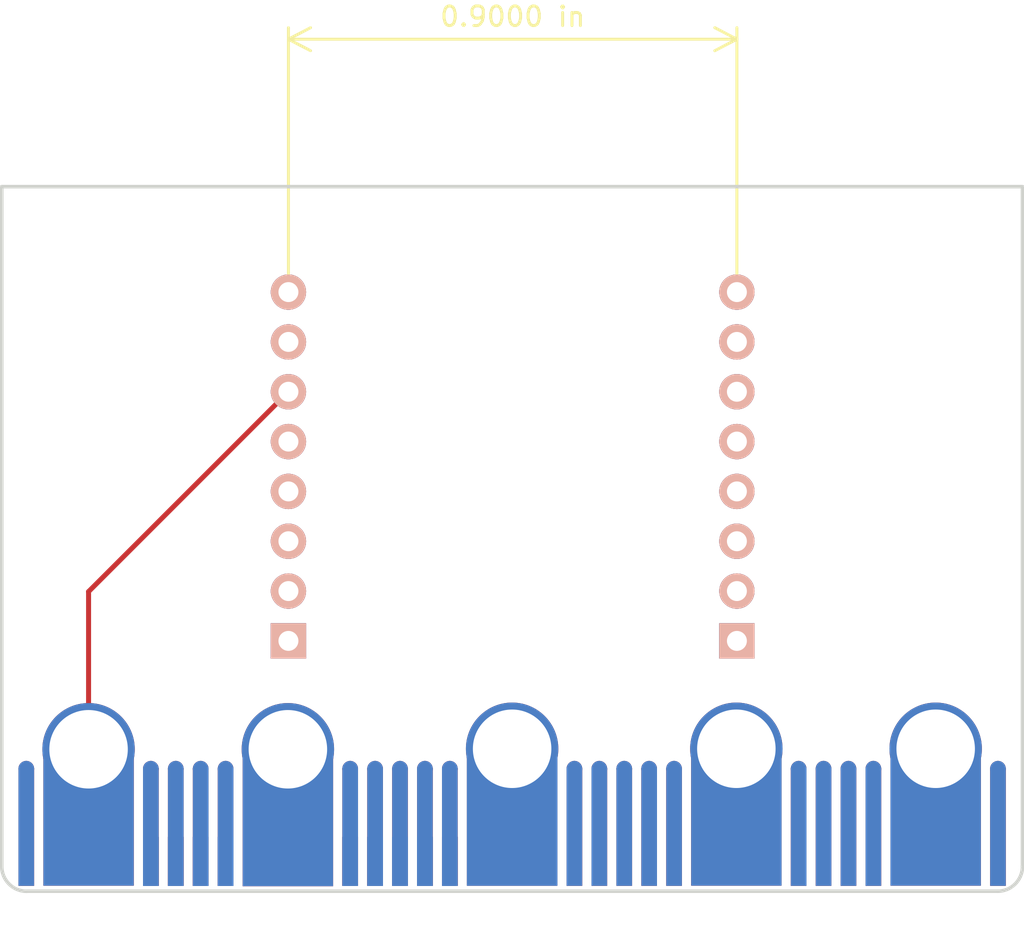
<source format=kicad_pcb>
(kicad_pcb (version 20171130) (host pcbnew 5.0.2-bee76a0~70~ubuntu16.04.1)

  (general
    (thickness 1.6)
    (drawings 7)
    (tracks 2)
    (zones 0)
    (modules 3)
    (nets 18)
  )

  (page A4)
  (layers
    (0 F.Cu signal)
    (31 B.Cu signal)
    (32 B.Adhes user)
    (33 F.Adhes user)
    (34 B.Paste user)
    (35 F.Paste user)
    (36 B.SilkS user)
    (37 F.SilkS user)
    (38 B.Mask user)
    (39 F.Mask user)
    (40 Dwgs.User user)
    (41 Cmts.User user)
    (42 Eco1.User user)
    (43 Eco2.User user)
    (44 Edge.Cuts user)
    (45 Margin user)
    (46 B.CrtYd user)
    (47 F.CrtYd user)
    (48 B.Fab user)
    (49 F.Fab user)
  )

  (setup
    (last_trace_width 0.254)
    (user_trace_width 0.1524)
    (user_trace_width 0.2)
    (user_trace_width 0.25)
    (user_trace_width 0.3)
    (user_trace_width 0.4)
    (user_trace_width 0.5)
    (user_trace_width 0.6)
    (user_trace_width 0.8)
    (trace_clearance 0.254)
    (zone_clearance 0.508)
    (zone_45_only no)
    (trace_min 0.1524)
    (segment_width 0.15)
    (edge_width 0.18)
    (via_size 0.6858)
    (via_drill 0.3302)
    (via_min_size 0.6858)
    (via_min_drill 0.3302)
    (uvia_size 0.508)
    (uvia_drill 0.127)
    (uvias_allowed no)
    (uvia_min_size 0.2)
    (uvia_min_drill 0.1)
    (pcb_text_width 0.3)
    (pcb_text_size 1.5 1.5)
    (mod_edge_width 0.15)
    (mod_text_size 1 1)
    (mod_text_width 0.15)
    (pad_size 2.032 1.7272)
    (pad_drill 1.016)
    (pad_to_mask_clearance 0.2)
    (solder_mask_min_width 0.25)
    (aux_axis_origin 0 0)
    (visible_elements FFFFFF7F)
    (pcbplotparams
      (layerselection 0x00030_80000001)
      (usegerberextensions false)
      (usegerberattributes false)
      (usegerberadvancedattributes false)
      (creategerberjobfile false)
      (excludeedgelayer true)
      (linewidth 0.100000)
      (plotframeref false)
      (viasonmask false)
      (mode 1)
      (useauxorigin false)
      (hpglpennumber 1)
      (hpglpenspeed 20)
      (hpglpendiameter 15.000000)
      (psnegative false)
      (psa4output false)
      (plotreference true)
      (plotvalue true)
      (plotinvisibletext false)
      (padsonsilk false)
      (subtractmaskfromsilk false)
      (outputformat 1)
      (mirror false)
      (drillshape 1)
      (scaleselection 1)
      (outputdirectory ""))
  )

  (net 0 "")
  (net 1 /RST)
  (net 2 /D4)
  (net 3 /+3.3V)
  (net 4 /GND)
  (net 5 /D2)
  (net 6 /D1)
  (net 7 /D0)
  (net 8 /D3)
  (net 9 /A0)
  (net 10 "Net-(J1-Pad6)")
  (net 11 "Net-(J1-Pad3)")
  (net 12 "Net-(J1-Pad4)")
  (net 13 "Net-(J1-Pad1)")
  (net 14 "Net-(J1-Pad5)")
  (net 15 "Net-(J1-Pad10)")
  (net 16 "Net-(J1-Pad8)")
  (net 17 "Net-(J1-Pad12)")

  (net_class Default "This is the default net class."
    (clearance 0.254)
    (trace_width 0.254)
    (via_dia 0.6858)
    (via_drill 0.3302)
    (uvia_dia 0.508)
    (uvia_drill 0.127)
    (add_net /+3.3V)
    (add_net /A0)
    (add_net /D0)
    (add_net /D1)
    (add_net /D2)
    (add_net /D3)
    (add_net /D4)
    (add_net /GND)
    (add_net /RST)
    (add_net "Net-(J1-Pad1)")
    (add_net "Net-(J1-Pad10)")
    (add_net "Net-(J1-Pad12)")
    (add_net "Net-(J1-Pad3)")
    (add_net "Net-(J1-Pad4)")
    (add_net "Net-(J1-Pad5)")
    (add_net "Net-(J1-Pad6)")
    (add_net "Net-(J1-Pad8)")
  )

  (net_class 0.2mm ""
    (clearance 0.2)
    (trace_width 0.2)
    (via_dia 0.6858)
    (via_drill 0.3302)
    (uvia_dia 0.508)
    (uvia_drill 0.127)
  )

  (net_class Minimal ""
    (clearance 0.1524)
    (trace_width 0.1524)
    (via_dia 0.6858)
    (via_drill 0.3302)
    (uvia_dia 0.508)
    (uvia_drill 0.127)
  )

  (module D1_mini:D1_mini_Pin_Header (layer B.Cu) (tedit 5AFDEB9B) (tstamp 5C367FEE)
    (at 151.157671 105.600707)
    (descr "Through hole pin header")
    (tags "pin header")
    (path /5763EB78)
    (fp_text reference P1 (at -0.11 2.45) (layer B.SilkS) hide
      (effects (font (size 1 1) (thickness 0.15)) (justify mirror))
    )
    (fp_text value CONN_01X08 (at 0 3.1) (layer B.Fab) hide
      (effects (font (size 1 1) (thickness 0.15)) (justify mirror))
    )
    (fp_line (start -1.75 1.75) (end -1.75 -19.55) (layer B.CrtYd) (width 0.05))
    (fp_line (start 1.75 1.75) (end 1.75 -19.55) (layer B.CrtYd) (width 0.05))
    (fp_line (start -1.75 1.75) (end 1.75 1.75) (layer B.CrtYd) (width 0.05))
    (fp_line (start -1.75 -19.55) (end 1.75 -19.55) (layer B.CrtYd) (width 0.05))
    (pad 1 thru_hole rect (at 0 0) (size 1.8 1.8) (drill 1.016) (layers *.Cu *.Mask B.SilkS))
    (pad 2 thru_hole oval (at 0 -2.54) (size 1.8 1.8) (drill 1.016) (layers *.Cu *.Mask B.SilkS)
      (net 4 /GND))
    (pad 3 thru_hole oval (at 0 -5.08) (size 1.8 1.8) (drill 1.016) (layers *.Cu *.Mask B.SilkS)
      (net 2 /D4))
    (pad 4 thru_hole oval (at 0 -7.62) (size 1.8 1.8) (drill 1.016) (layers *.Cu *.Mask B.SilkS)
      (net 8 /D3))
    (pad 5 thru_hole oval (at 0 -10.16) (size 1.8 1.8) (drill 1.016) (layers *.Cu *.Mask B.SilkS)
      (net 5 /D2))
    (pad 6 thru_hole oval (at 0 -12.7) (size 1.8 1.8) (drill 1.016) (layers *.Cu *.Mask B.SilkS)
      (net 6 /D1))
    (pad 7 thru_hole oval (at 0 -15.24) (size 1.8 1.8) (drill 1.016) (layers *.Cu *.Mask B.SilkS))
    (pad 8 thru_hole oval (at 0 -17.78) (size 1.8 1.8) (drill 1.016) (layers *.Cu *.Mask B.SilkS))
    (model Pin_Headers.3dshapes/Pin_Header_Straight_1x08.wrl
      (offset (xyz 0 -8.889999866485596 0))
      (scale (xyz 1 1 1))
      (rotate (xyz 0 0 90))
    )
  )

  (module D1_mini:D1_mini_Pin_Header (layer B.Cu) (tedit 5AFDEBA3) (tstamp 5C367FA4)
    (at 128.297671 105.600707)
    (descr "Through hole pin header")
    (tags "pin header")
    (path /5763EBF2)
    (fp_text reference P2 (at 0.05 -20.15) (layer B.SilkS) hide
      (effects (font (size 1 1) (thickness 0.15)) (justify mirror))
    )
    (fp_text value CONN_01X08 (at 0 3.1) (layer B.Fab) hide
      (effects (font (size 1 1) (thickness 0.15)) (justify mirror))
    )
    (fp_line (start -1.75 1.75) (end -1.75 -19.55) (layer B.CrtYd) (width 0.05))
    (fp_line (start 1.75 1.75) (end 1.75 -19.55) (layer B.CrtYd) (width 0.05))
    (fp_line (start -1.75 1.75) (end 1.75 1.75) (layer B.CrtYd) (width 0.05))
    (fp_line (start -1.75 -19.55) (end 1.75 -19.55) (layer B.CrtYd) (width 0.05))
    (pad 1 thru_hole rect (at 0 0) (size 1.8 1.8) (drill 1.016) (layers *.Cu *.Mask B.SilkS)
      (net 3 /+3.3V))
    (pad 2 thru_hole oval (at 0 -2.54) (size 1.8 1.8) (drill 1.016) (layers *.Cu *.Mask B.SilkS))
    (pad 3 thru_hole oval (at 0 -5.08) (size 1.8 1.8) (drill 1.016) (layers *.Cu *.Mask B.SilkS))
    (pad 4 thru_hole oval (at 0 -7.62) (size 1.8 1.8) (drill 1.016) (layers *.Cu *.Mask B.SilkS))
    (pad 5 thru_hole oval (at 0 -10.16) (size 1.8 1.8) (drill 1.016) (layers *.Cu *.Mask B.SilkS))
    (pad 6 thru_hole oval (at 0 -12.7) (size 1.8 1.8) (drill 1.016) (layers *.Cu *.Mask B.SilkS)
      (net 7 /D0))
    (pad 7 thru_hole oval (at 0 -15.24) (size 1.8 1.8) (drill 1.016) (layers *.Cu *.Mask B.SilkS)
      (net 9 /A0))
    (pad 8 thru_hole oval (at 0 -17.78) (size 1.8 1.8) (drill 1.016) (layers *.Cu *.Mask B.SilkS)
      (net 1 /RST))
    (model Pin_Headers.3dshapes/Pin_Header_Straight_1x08.wrl
      (offset (xyz 0 -8.889999866485596 0))
      (scale (xyz 1 1 1))
      (rotate (xyz 0 0 90))
    )
  )

  (module wemos_microbit:Microbit_PCB_Connector (layer F.Cu) (tedit 5C36AEB6) (tstamp 5C4F9ED9)
    (at 139.7 116.84)
    (path /5C369241)
    (fp_text reference J1 (at 0 2.54) (layer F.Fab)
      (effects (font (size 1 1) (thickness 0.15)))
    )
    (fp_text value Microbit_01X25 (at 0 -6.985) (layer F.Fab)
      (effects (font (size 1 1) (thickness 0.15)))
    )
    (fp_line (start -26 1.2446) (end 26 1.2446) (layer F.Fab) (width 0.15))
    (fp_line (start -26 -6.223) (end 26 -6.223) (layer F.Fab) (width 0.15))
    (fp_line (start -26 -6.223) (end -26 1.2446) (layer F.Fab) (width 0.15))
    (fp_line (start 26 -6.223) (end 26 1.2446) (layer F.Fab) (width 0.15))
    (pad 1 smd rect (at -24.765 -1.7526) (size 0.8 6) (layers *.Mask B.Cu)
      (net 13 "Net-(J1-Pad1)"))
    (pad 12 smd rect (at -3.175 0) (size 0.8 2.5) (layers F.Cu F.Mask)
      (net 17 "Net-(J1-Pad12)"))
    (pad 5 smd rect (at -15.875 0) (size 0.8 2.5) (layers F.Cu F.Mask)
      (net 14 "Net-(J1-Pad5)"))
    (pad 3 smd rect (at -18.415 0) (size 0.8 2.5) (layers F.Cu F.Mask)
      (net 11 "Net-(J1-Pad3)"))
    (pad 10 smd rect (at -5.715 0) (size 0.8 2.5) (layers F.Cu F.Mask)
      (net 15 "Net-(J1-Pad10)"))
    (pad 2 smd rect (at -21.59 -2.2606) (size 4.61 7) (layers *.Mask B.Cu)
      (net 7 /D0))
    (pad 6 smd rect (at -14.605 0) (size 0.8 2.5) (layers F.Cu F.Mask)
      (net 10 "Net-(J1-Pad6)"))
    (pad 8 smd rect (at -8.255 0) (size 0.8 2.5) (layers F.Cu F.Mask)
      (net 16 "Net-(J1-Pad8)"))
    (pad 9 smd rect (at -6.985 0) (size 0.8 2.5) (layers F.Cu F.Mask)
      (net 1 /RST))
    (pad 4 smd rect (at -17.145 0) (size 0.8 2.5) (layers F.Cu F.Mask)
      (net 12 "Net-(J1-Pad4)"))
    (pad 11 smd rect (at -4.445 0) (size 0.8 2.5) (layers F.Cu F.Mask)
      (net 2 /D4))
    (pad 12 smd rect (at -3.175 0) (size 0.8 2.5) (layers *.Mask B.Cu)
      (net 17 "Net-(J1-Pad12)"))
    (pad 8 smd rect (at -8.255 0) (size 0.8 2.5) (layers *.Mask B.Cu)
      (net 16 "Net-(J1-Pad8)"))
    (pad 10 smd rect (at -5.715 0) (size 0.8 2.5) (layers *.Mask B.Cu)
      (net 15 "Net-(J1-Pad10)"))
    (pad 9 smd rect (at -6.985 0) (size 0.8 2.5) (layers *.Mask B.Cu)
      (net 1 /RST))
    (pad 11 smd rect (at -4.445 0) (size 0.8 2.5) (layers *.Mask B.Cu)
      (net 2 /D4))
    (pad 5 smd rect (at -15.875 0) (size 0.8 2.5) (layers *.Mask B.Cu)
      (net 14 "Net-(J1-Pad5)"))
    (pad 4 smd rect (at -17.145 0) (size 0.8 2.5) (layers *.Mask B.Cu)
      (net 12 "Net-(J1-Pad4)"))
    (pad 3 smd rect (at -18.415 0) (size 0.8 2.5) (layers *.Mask B.Cu)
      (net 11 "Net-(J1-Pad3)"))
    (pad 6 smd rect (at -14.605 0) (size 0.8 2.5) (layers *.Mask B.Cu)
      (net 10 "Net-(J1-Pad6)"))
    (pad 2 thru_hole circle (at -21.59 -5.715) (size 4.71 4.71) (drill 4) (layers *.Cu *.Mask)
      (net 7 /D0))
    (pad 2 smd rect (at -21.59 -2.2606) (size 4.61 7) (layers F.Cu F.Mask)
      (net 7 /D0))
    (pad 1 smd circle (at -24.765 -4.7244) (size 0.8 0.8) (layers *.Mask B.Cu)
      (net 13 "Net-(J1-Pad1)"))
    (pad 1 smd circle (at -24.765 -4.7244) (size 0.8 0.8) (layers F.Cu F.Mask)
      (net 13 "Net-(J1-Pad1)"))
    (pad 1 smd rect (at -24.765 -1.7526) (size 0.8 6) (layers F.Cu F.Mask)
      (net 13 "Net-(J1-Pad1)"))
    (pad 7 smd rect (at -11.43 -2.2352) (size 4.61 7) (layers F.Cu F.Mask)
      (net 8 /D3))
    (pad 7 smd rect (at -11.43 -2.2352) (size 4.61 7) (layers *.Mask B.Cu)
      (net 8 /D3))
    (pad 7 thru_hole circle (at -11.43 -5.715) (size 4.71 4.71) (drill 4) (layers *.Cu *.Mask)
      (net 8 /D3))
    (pad 7 smd rect (at 0 -2.2606) (size 4.61 7) (layers *.Mask B.Cu)
      (net 8 /D3))
    (pad 13 smd rect (at 0 -2.2606) (size 4.61 7) (layers F.Cu F.Mask)
      (net 9 /A0))
    (pad 13 thru_hole circle (at 0 -5.7404) (size 4.71 4.71) (drill 4) (layers *.Cu *.Mask)
      (net 9 /A0))
    (pad 13 smd rect (at 0 -2.2606) (size 4.61 7) (layers *.Mask B.Cu)
      (net 9 /A0))
    (pad 19 smd rect (at 11.43 -2.2606) (size 4.61 7) (layers *.Mask B.Cu)
      (net 3 /+3.3V))
    (pad 19 thru_hole circle (at 11.43 -5.7404) (size 4.71 4.71) (drill 4) (layers *.Cu *.Mask)
      (net 3 /+3.3V))
    (pad 24 smd rect (at 21.59 -2.2606) (size 4.61 7) (layers F.Cu F.Mask)
      (net 4 /GND))
    (pad 24 thru_hole circle (at 21.59 -5.7404) (size 4.71 4.71) (drill 4) (layers *.Cu *.Mask)
      (net 4 /GND))
    (pad 24 smd rect (at 21.59 -2.2606) (size 4.61 7) (layers *.Mask B.Cu)
      (net 4 /GND))
    (pad 19 smd rect (at 11.43 -2.2606) (size 4.61 7) (layers F.Cu F.Mask)
      (net 3 /+3.3V))
    (pad 1 smd circle (at -18.415 -4.7244) (size 0.8 0.8) (layers F.Cu F.Mask)
      (net 13 "Net-(J1-Pad1)"))
    (pad 1 smd circle (at -18.415 -4.7244) (size 0.8 0.8) (layers *.Mask B.Cu)
      (net 13 "Net-(J1-Pad1)"))
    (pad 1 smd rect (at -18.415 -1.7526) (size 0.8 6) (layers F.Cu F.Mask)
      (net 13 "Net-(J1-Pad1)"))
    (pad 1 smd rect (at -18.415 -1.7526) (size 0.8 6) (layers *.Mask B.Cu)
      (net 13 "Net-(J1-Pad1)"))
    (pad 1 smd circle (at -17.145 -4.7244) (size 0.8 0.8) (layers *.Mask B.Cu)
      (net 13 "Net-(J1-Pad1)"))
    (pad 1 smd rect (at -17.145 -1.7526) (size 0.8 6) (layers F.Cu F.Mask)
      (net 13 "Net-(J1-Pad1)"))
    (pad 1 smd circle (at -17.145 -4.7244) (size 0.8 0.8) (layers F.Cu F.Mask)
      (net 13 "Net-(J1-Pad1)"))
    (pad 1 smd rect (at -17.145 -1.7526) (size 0.8 6) (layers *.Mask B.Cu)
      (net 13 "Net-(J1-Pad1)"))
    (pad 1 smd rect (at -15.875 -1.7526) (size 0.8 6) (layers *.Mask B.Cu)
      (net 13 "Net-(J1-Pad1)"))
    (pad 1 smd rect (at -15.875 -1.7526) (size 0.8 6) (layers F.Cu F.Mask)
      (net 13 "Net-(J1-Pad1)"))
    (pad 1 smd circle (at -15.875 -4.7244) (size 0.8 0.8) (layers F.Cu F.Mask)
      (net 13 "Net-(J1-Pad1)"))
    (pad 1 smd circle (at -15.875 -4.7244) (size 0.8 0.8) (layers *.Mask B.Cu)
      (net 13 "Net-(J1-Pad1)"))
    (pad 1 smd circle (at -14.605 -4.7244) (size 0.8 0.8) (layers F.Cu F.Mask)
      (net 13 "Net-(J1-Pad1)"))
    (pad 1 smd rect (at -14.605 -1.7526) (size 0.8 6) (layers F.Cu F.Mask)
      (net 13 "Net-(J1-Pad1)"))
    (pad 1 smd circle (at -14.605 -4.7244) (size 0.8 0.8) (layers *.Mask B.Cu)
      (net 13 "Net-(J1-Pad1)"))
    (pad 1 smd rect (at -14.605 -1.7526) (size 0.8 6) (layers *.Mask B.Cu)
      (net 13 "Net-(J1-Pad1)"))
    (pad 1 smd circle (at -8.255 -4.7244) (size 0.8 0.8) (layers F.Cu F.Mask)
      (net 13 "Net-(J1-Pad1)"))
    (pad 1 smd rect (at -8.255 -1.7526) (size 0.8 6) (layers *.Mask B.Cu)
      (net 13 "Net-(J1-Pad1)"))
    (pad 1 smd circle (at -8.255 -4.7244) (size 0.8 0.8) (layers *.Mask B.Cu)
      (net 13 "Net-(J1-Pad1)"))
    (pad 1 smd rect (at -8.255 -1.7526) (size 0.8 6) (layers F.Cu F.Mask)
      (net 13 "Net-(J1-Pad1)"))
    (pad 1 smd circle (at -6.985 -4.7244) (size 0.8 0.8) (layers F.Cu F.Mask)
      (net 13 "Net-(J1-Pad1)"))
    (pad 1 smd rect (at -6.985 -1.7526) (size 0.8 6) (layers F.Cu F.Mask)
      (net 13 "Net-(J1-Pad1)"))
    (pad 1 smd rect (at -6.985 -1.7526) (size 0.8 6) (layers *.Mask B.Cu)
      (net 13 "Net-(J1-Pad1)"))
    (pad 1 smd circle (at -6.985 -4.7244) (size 0.8 0.8) (layers *.Mask B.Cu)
      (net 13 "Net-(J1-Pad1)"))
    (pad 1 smd circle (at -5.715 -4.7244) (size 0.8 0.8) (layers *.Mask B.Cu)
      (net 13 "Net-(J1-Pad1)"))
    (pad 1 smd rect (at -5.715 -1.7526) (size 0.8 6) (layers *.Mask B.Cu)
      (net 13 "Net-(J1-Pad1)"))
    (pad 1 smd rect (at -5.715 -1.7526) (size 0.8 6) (layers F.Cu F.Mask)
      (net 13 "Net-(J1-Pad1)"))
    (pad 1 smd circle (at -5.715 -4.7244) (size 0.8 0.8) (layers F.Cu F.Mask)
      (net 13 "Net-(J1-Pad1)"))
    (pad 1 smd rect (at -4.445 -1.7526) (size 0.8 6) (layers F.Cu F.Mask)
      (net 13 "Net-(J1-Pad1)"))
    (pad 1 smd circle (at -4.445 -4.7244) (size 0.8 0.8) (layers *.Mask B.Cu)
      (net 13 "Net-(J1-Pad1)"))
    (pad 1 smd circle (at -4.445 -4.7244) (size 0.8 0.8) (layers F.Cu F.Mask)
      (net 13 "Net-(J1-Pad1)"))
    (pad 1 smd rect (at -4.445 -1.7526) (size 0.8 6) (layers *.Mask B.Cu)
      (net 13 "Net-(J1-Pad1)"))
    (pad 1 smd circle (at -3.175 -4.7244) (size 0.8 0.8) (layers *.Mask B.Cu)
      (net 13 "Net-(J1-Pad1)"))
    (pad 1 smd rect (at -3.175 -1.7526) (size 0.8 6) (layers *.Mask B.Cu)
      (net 13 "Net-(J1-Pad1)"))
    (pad 1 smd circle (at -3.175 -4.7244) (size 0.8 0.8) (layers F.Cu F.Mask)
      (net 13 "Net-(J1-Pad1)"))
    (pad 1 smd rect (at -3.175 -1.7526) (size 0.8 6) (layers F.Cu F.Mask)
      (net 13 "Net-(J1-Pad1)"))
    (pad 1 smd rect (at 3.175 -1.7526) (size 0.8 6) (layers F.Cu F.Mask)
      (net 13 "Net-(J1-Pad1)"))
    (pad 1 smd circle (at 3.175 -4.7244) (size 0.8 0.8) (layers F.Cu F.Mask)
      (net 13 "Net-(J1-Pad1)"))
    (pad 1 smd circle (at 3.175 -4.7244) (size 0.8 0.8) (layers *.Mask B.Cu)
      (net 13 "Net-(J1-Pad1)"))
    (pad 1 smd rect (at 3.175 -1.7526) (size 0.8 6) (layers *.Mask B.Cu)
      (net 13 "Net-(J1-Pad1)"))
    (pad 1 smd circle (at 4.445 -4.7244) (size 0.8 0.8) (layers F.Cu F.Mask)
      (net 13 "Net-(J1-Pad1)"))
    (pad 1 smd circle (at 4.445 -4.7244) (size 0.8 0.8) (layers *.Mask B.Cu)
      (net 13 "Net-(J1-Pad1)"))
    (pad 1 smd rect (at 4.445 -1.7526) (size 0.8 6) (layers *.Mask B.Cu)
      (net 13 "Net-(J1-Pad1)"))
    (pad 1 smd rect (at 4.445 -1.7526) (size 0.8 6) (layers F.Cu F.Mask)
      (net 13 "Net-(J1-Pad1)"))
    (pad 1 smd circle (at 5.715 -4.7244) (size 0.8 0.8) (layers F.Cu F.Mask)
      (net 13 "Net-(J1-Pad1)"))
    (pad 1 smd rect (at 5.715 -1.7526) (size 0.8 6) (layers *.Mask B.Cu)
      (net 13 "Net-(J1-Pad1)"))
    (pad 1 smd rect (at 5.715 -1.7526) (size 0.8 6) (layers F.Cu F.Mask)
      (net 13 "Net-(J1-Pad1)"))
    (pad 1 smd circle (at 5.715 -4.7244) (size 0.8 0.8) (layers *.Mask B.Cu)
      (net 13 "Net-(J1-Pad1)"))
    (pad 1 smd circle (at 6.985 -4.7244) (size 0.8 0.8) (layers *.Mask B.Cu)
      (net 13 "Net-(J1-Pad1)"))
    (pad 1 smd circle (at 6.985 -4.7244) (size 0.8 0.8) (layers F.Cu F.Mask)
      (net 13 "Net-(J1-Pad1)"))
    (pad 1 smd rect (at 6.985 -1.7526) (size 0.8 6) (layers F.Cu F.Mask)
      (net 13 "Net-(J1-Pad1)"))
    (pad 1 smd rect (at 6.985 -1.7526) (size 0.8 6) (layers *.Mask B.Cu)
      (net 13 "Net-(J1-Pad1)"))
    (pad 18 smd circle (at 8.255 -4.7244) (size 0.8 0.8) (layers *.Mask B.Cu)
      (net 3 /+3.3V))
    (pad 18 smd rect (at 8.255 -1.7526) (size 0.8 6) (layers *.Mask B.Cu)
      (net 3 /+3.3V))
    (pad 18 smd rect (at 8.255 -1.7526) (size 0.8 6) (layers F.Cu F.Mask)
      (net 3 /+3.3V))
    (pad 18 smd circle (at 8.255 -4.7244) (size 0.8 0.8) (layers F.Cu F.Mask)
      (net 3 /+3.3V))
    (pad 20 smd rect (at 14.605 -1.7526) (size 0.8 6) (layers F.Cu F.Mask)
      (net 3 /+3.3V))
    (pad 20 smd circle (at 14.605 -4.7244) (size 0.8 0.8) (layers *.Mask B.Cu)
      (net 3 /+3.3V))
    (pad 20 smd rect (at 14.605 -1.7526) (size 0.8 6) (layers *.Mask B.Cu)
      (net 3 /+3.3V))
    (pad 20 smd circle (at 14.605 -4.7244) (size 0.8 0.8) (layers F.Cu F.Mask)
      (net 3 /+3.3V))
    (pad 21 smd rect (at 15.875 -1.7526) (size 0.8 6) (layers F.Cu F.Mask)
      (net 6 /D1))
    (pad 21 smd circle (at 15.875 -4.7244) (size 0.8 0.8) (layers F.Cu F.Mask)
      (net 6 /D1))
    (pad 21 smd circle (at 15.875 -4.7244) (size 0.8 0.8) (layers *.Mask B.Cu)
      (net 6 /D1))
    (pad 21 smd rect (at 15.875 -1.7526) (size 0.8 6) (layers *.Mask B.Cu)
      (net 6 /D1))
    (pad 22 smd circle (at 17.145 -4.7244) (size 0.8 0.8) (layers F.Cu F.Mask)
      (net 5 /D2))
    (pad 22 smd rect (at 17.145 -1.7526) (size 0.8 6) (layers F.Cu F.Mask)
      (net 5 /D2))
    (pad 22 smd rect (at 17.145 -1.7526) (size 0.8 6) (layers *.Mask B.Cu)
      (net 5 /D2))
    (pad 22 smd circle (at 17.145 -4.7244) (size 0.8 0.8) (layers *.Mask B.Cu)
      (net 5 /D2))
    (pad 23 smd rect (at 18.415 -1.7526) (size 0.8 6) (layers *.Mask B.Cu)
      (net 4 /GND))
    (pad 23 smd rect (at 18.415 -1.7526) (size 0.8 6) (layers F.Cu F.Mask)
      (net 4 /GND))
    (pad 23 smd circle (at 18.415 -4.7244) (size 0.8 0.8) (layers *.Mask B.Cu)
      (net 4 /GND))
    (pad 23 smd circle (at 18.415 -4.7244) (size 0.8 0.8) (layers F.Cu F.Mask)
      (net 4 /GND))
    (pad 25 smd rect (at 24.765 -1.7526) (size 0.8 6) (layers *.Mask B.Cu)
      (net 4 /GND))
    (pad 25 smd rect (at 24.765 -1.7526) (size 0.8 6) (layers F.Cu F.Mask)
      (net 4 /GND))
    (pad 25 smd circle (at 24.765 -4.7244) (size 0.8 0.8) (layers F.Cu F.Mask)
      (net 4 /GND))
    (pad 25 smd circle (at 24.765 -4.7244) (size 0.8 0.8) (layers *.Mask B.Cu)
      (net 4 /GND))
    (model ${KISYS3DMOD}/Microbit.3dshapes/Microbit.step
      (offset (xyz 0 16.45 -2.5))
      (scale (xyz 1 1 1))
      (rotate (xyz 90 180 -90))
    )
  )

  (gr_line (start 164.465 118.35892) (end 114.935 118.35892) (layer Edge.Cuts) (width 0.18))
  (gr_arc (start 164.44468 117.09146) (end 164.44468 118.36146) (angle -90) (layer Edge.Cuts) (width 0.18) (tstamp 5C4F1492))
  (gr_arc (start 114.95532 117.094) (end 113.68532 117.094) (angle -90) (layer Edge.Cuts) (width 0.18) (tstamp 5C4F1478))
  (gr_line (start 165.71468 82.44586) (end 113.68532 82.44586) (layer Edge.Cuts) (width 0.18) (tstamp 5C36B52C))
  (gr_line (start 165.71468 117.09146) (end 165.71468 82.44586) (layer Edge.Cuts) (width 0.18) (tstamp 5C4EFDD9))
  (gr_line (start 113.68532 82.44586) (end 113.68532 117.09146) (layer Edge.Cuts) (width 0.18) (tstamp 5C4F1525))
  (dimension 22.86 (width 0.15) (layer F.SilkS)
    (gr_text "22.860 mm" (at 139.727671 73.63) (layer F.SilkS)
      (effects (font (size 1 1) (thickness 0.15)))
    )
    (feature1 (pts (xy 128.297671 87.820707) (xy 128.297671 74.343579)))
    (feature2 (pts (xy 151.157671 87.820707) (xy 151.157671 74.343579)))
    (crossbar (pts (xy 151.157671 74.93) (xy 128.297671 74.93)))
    (arrow1a (pts (xy 128.297671 74.93) (xy 129.424175 74.343579)))
    (arrow1b (pts (xy 128.297671 74.93) (xy 129.424175 75.516421)))
    (arrow2a (pts (xy 151.157671 74.93) (xy 150.031167 74.343579)))
    (arrow2b (pts (xy 151.157671 74.93) (xy 150.031167 75.516421)))
  )

  (segment (start 118.11 103.088378) (end 118.11 111.76) (width 0.254) (layer F.Cu) (net 7))
  (segment (start 128.297671 92.900707) (end 118.11 103.088378) (width 0.254) (layer F.Cu) (net 7))

)

</source>
